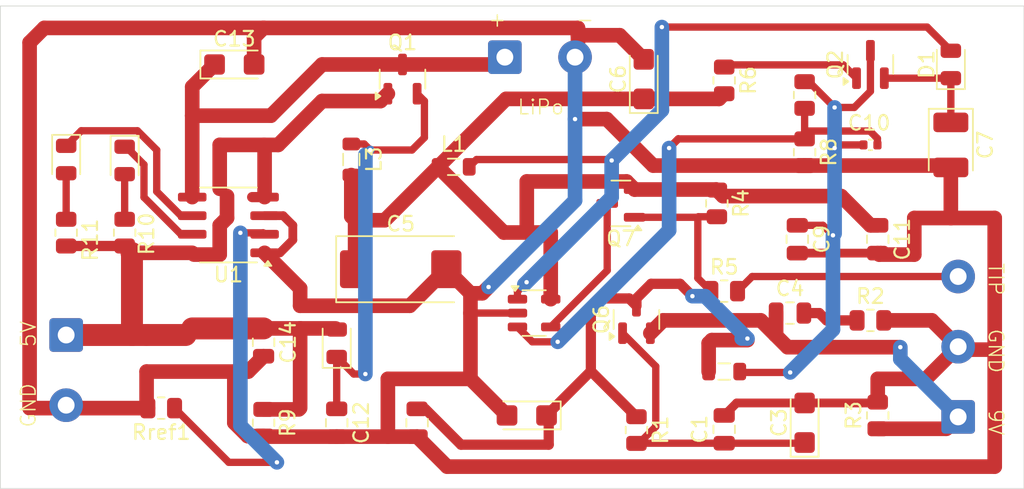
<source format=kicad_pcb>
(kicad_pcb (version 20241229) (generator "pcbnew") (generator_version "9.0")
  (layers (0 "F.Cu" signal) (2 "B.Cu" signal) (13 "F.Paste" user) (15 "B.Paste" user) (5 "F.SilkS" user "F.Silkscreen") (7 "B.SilkS" user "B.Silkscreen") (1 "F.Mask" user) (3 "B.Mask" user) (25 "Edge.Cuts" user))
  (net 0 "")
  (net 1 "GND")
  (net 2 "Net-(Q6-B)")
  (net 3 "+10V")
  (net 4 "+9V")
  (net 5 "Net-(C4-Pad2)")
  (net 6 "VCC")
  (net 7 "Net-(D1-K)")
  (net 8 "Net-(Q2-C)")
  (net 9 "Net-(U2-FB)")
  (net 10 "Net-(D2-K)")
  (net 11 "+BATT")
  (net 12 "VBUS")
  (net 13 "Net-(D1-A)")
  (net 14 "Net-(D3-A)")
  (net 15 "Net-(D3-K)")
  (net 16 "Net-(D4-K)")
  (net 17 "Net-(D4-A)")
  (net 18 "/OUT_EN")
  (net 19 "Net-(Q2-B)")
  (net 20 "Net-(Q7-B)")
  (net 21 "Net-(Q7-C)")
  (net 22 "Net-(U1-PROG)")
  (footprint "Capacitor_Tantalum_SMD:CP_EIA-3216-10_Kemet-I" (layer "F.Cu") (at 16 4)
    (property "Reference" "C13" (at 0 -1.75 0) (layer "F.SilkS"))
    (property "Value" "10uF")
    (pad "1" smd roundrect (at -1.3525 0) (size 1.415 1.39) (layers "F.Cu" "F.Mask" "F.Paste") (roundrect_rratio 0.179856) (net 11 "+BATT"))
    (pad "2" smd roundrect (at 1.3525 0) (size 1.415 1.39) (layers "F.Cu" "F.Mask" "F.Paste") (roundrect_rratio 0.179856) (net 1 "GND"))
  )
  (footprint "Capacitor_SMD:C_0402_1005Metric" (layer "F.Cu") (at 59.5 9.5)
    (property "Reference" "C10" (at -0.0875 -1.5 0) (layer "F.SilkS"))
    (property "Value" "10pF")
    (pad "1" smd roundrect (at -0.48 0) (size 0.56 0.62) (layers "F.Cu" "F.Mask" "F.Paste") (net 8 "Net-(Q2-C)"))
    (pad "2" smd roundrect (at 0.48 0) (size 0.56 0.62) (layers "F.Cu" "F.Mask" "F.Paste") (net 9 "Net-(U2-FB)"))
  )
  (footprint "Capacitor_Tantalum_SMD:CP_EIA-3528-12_Kemet-T" (layer "F.Cu") (at 65 9.5 -90)
    (property "Reference" "C7" (at 0 -2.35 90) (layer "F.SilkS"))
    (property "Value" "47uF")
    (pad "1" smd roundrect (at -1.54 0 270) (size 1.34 2.39) (layers "F.Cu" "F.Mask" "F.Paste") (roundrect_rratio 0.186567) (net 7 "Net-(D1-K)"))
    (pad "2" smd roundrect (at 1.54 0 270) (size 1.34 2.39) (layers "F.Cu" "F.Mask" "F.Paste") (roundrect_rratio 0.186567) (net 1 "GND"))
  )
  (footprint "Resistor_SMD:R_0805_2012Metric" (layer "F.Cu") (at 4.5 15.5 -90)
    (property "Reference" "R11" (at 0.5 -1.65 90) (layer "F.SilkS"))
    (property "Value" "270R")
    (pad "1" smd roundrect (at -0.9125 0 270) (size 1.025 1.4) (layers "F.Cu" "F.Mask" "F.Paste") (roundrect_rratio 0.243902) (net 14 "Net-(D3-A)"))
    (pad "2" smd roundrect (at 0.9125 0 270) (size 1.025 1.4) (layers "F.Cu" "F.Mask" "F.Paste") (roundrect_rratio 0.243902) (net 12 "VBUS"))
  )
  (footprint "Capacitor_SMD:C_0805_2012Metric" (layer "F.Cu") (at 54.5 15.95 -90)
    (property "Reference" "C9" (at 0 -1.68 90) (layer "F.SilkS"))
    (property "Value" "100nF")
    (pad "1" smd roundrect (at -0.95 0 270) (size 1 1.45) (layers "F.Cu" "F.Mask" "F.Paste") (net 8 "Net-(Q2-C)"))
    (pad "2" smd roundrect (at 0.95 0 270) (size 1 1.45) (layers "F.Cu" "F.Mask" "F.Paste") (net 1 "GND"))
  )
  (footprint "Capacitor_SMD:C_0805_2012Metric" (layer "F.Cu") (at 60 15.95 -90)
    (property "Reference" "C11" (at 0 -1.68 90) (layer "F.SilkS"))
    (property "Value" "100nF")
    (pad "1" smd roundrect (at -0.95 0 270) (size 1 1.45) (layers "F.Cu" "F.Mask" "F.Paste") (net 6 "VCC"))
    (pad "2" smd roundrect (at 0.95 0 270) (size 1 1.45) (layers "F.Cu" "F.Mask" "F.Paste") (net 1 "GND"))
  )
  (footprint "Capacitor_SMD:C_0805_2012Metric" (layer "F.Cu") (at 18 23 -90)
    (property "Reference" "C14" (at 0 -1.68 90) (layer "F.SilkS"))
    (property "Value" "100nF")
    (pad "1" smd roundrect (at -0.95 0 270) (size 1 1.45) (layers "F.Cu" "F.Mask" "F.Paste") (net 12 "VBUS"))
    (pad "2" smd roundrect (at 0.95 0 270) (size 1 1.45) (layers "F.Cu" "F.Mask" "F.Paste") (net 1 "GND"))
  )
  (footprint "Resistor_SMD:R_0805_2012Metric" (layer "F.Cu") (at 43.5 29 -90)
    (property "Reference" "R1" (at 0 -1.65 90) (layer "F.SilkS"))
    (property "Value" "20k")
    (pad "1" smd roundrect (at -0.9125 0 270) (size 1.025 1.4) (layers "F.Cu" "F.Mask" "F.Paste") (roundrect_rratio 0.243902) (net 3 "+10V"))
    (pad "2" smd roundrect (at 0.9125 0 270) (size 1.025 1.4) (layers "F.Cu" "F.Mask" "F.Paste") (roundrect_rratio 0.243902) (net 2 "Net-(Q6-B)"))
  )
  (footprint "Package_TO_SOT_SMD:SOT-23" (layer "F.Cu") (at 43.5 21.4375 90)
    (property "Reference" "Q6" (at 0 -2.4 90) (layer "F.SilkS"))
    (property "Value" "BC847")
    (pad "1" smd roundrect (at -0.9375 -0.95 90) (size 1.475 0.6) (layers "F.Cu" "F.Mask" "F.Paste") (net 2 "Net-(Q6-B)"))
    (pad "2" smd roundrect (at -0.9375 0.95 90) (size 1.475 0.6) (layers "F.Cu" "F.Mask" "F.Paste") (net 4 "+9V"))
    (pad "3" smd roundrect (at 0.9375 0 90) (size 1.475 0.6) (layers "F.Cu" "F.Mask" "F.Paste") (net 3 "+10V"))
  )
  (footprint "Resistor_SMD:R_0805_2012Metric" (layer "F.Cu") (at 59.5 21.5)
    (property "Reference" "R2" (at 0 -1.65 0) (layer "F.SilkS"))
    (property "Value" "10R")
    (pad "1" smd roundrect (at -0.9125 0) (size 1.025 1.4) (layers "F.Cu" "F.Mask" "F.Paste") (roundrect_rratio 0.243902) (net 5 "Net-(C4-Pad2)"))
    (pad "2" smd roundrect (at 0.9125 0) (size 1.025 1.4) (layers "F.Cu" "F.Mask" "F.Paste") (roundrect_rratio 0.243902) (net 1 "GND"))
  )
  (footprint "Resistor_SMD:R_0805_2012Metric" (layer "F.Cu") (at 8.5 15.5 -90)
    (property "Reference" "R10" (at 0.0875 -1.5 90) (layer "F.SilkS"))
    (property "Value" "470R")
    (pad "1" smd roundrect (at -0.9125 0 270) (size 1.025 1.4) (layers "F.Cu" "F.Mask" "F.Paste") (roundrect_rratio 0.243902) (net 17 "Net-(D4-A)"))
    (pad "2" smd roundrect (at 0.9125 0 270) (size 1.025 1.4) (layers "F.Cu" "F.Mask" "F.Paste") (roundrect_rratio 0.243902) (net 12 "VBUS"))
  )
  (footprint "Inductor_SMD:L_0805_2012Metric" (layer "F.Cu") (at 31 11)
    (property "Reference" "L1" (at 0 -1.55 0) (layer "F.SilkS"))
    (property "Value" "10µH")
    (pad "1" smd roundrect (at -1.0625 0) (size 0.875 1.2) (layers "F.Cu" "F.Mask" "F.Paste") (net 6 "VCC"))
    (pad "2" smd roundrect (at 1.0625 0) (size 0.875 1.2) (layers "F.Cu" "F.Mask" "F.Paste") (net 13 "Net-(D1-A)"))
  )
  (footprint "Resistor_SMD:R_0805_2012Metric" (layer "F.Cu") (at 60 28 90)
    (property "Reference" "R3" (at 0 -1.65 90) (layer "F.SilkS"))
    (property "Value" "1M")
    (pad "1" smd roundrect (at -0.9125 0 90) (size 1.025 1.4) (layers "F.Cu" "F.Mask" "F.Paste") (roundrect_rratio 0.243902) (net 4 "+9V"))
    (pad "2" smd roundrect (at 0.9125 0 90) (size 1.025 1.4) (layers "F.Cu" "F.Mask" "F.Paste") (roundrect_rratio 0.243902) (net 1 "GND"))
  )
  (footprint "Capacitor_SMD:C_0805_2012Metric" (layer "F.Cu") (at 49.5 28.95 90)
    (property "Reference" "C1" (at 0 -1.68 90) (layer "F.SilkS"))
    (property "Value" "100nF")
    (pad "1" smd roundrect (at -0.95 0 90) (size 1 1.45) (layers "F.Cu" "F.Mask" "F.Paste") (net 2 "Net-(Q6-B)"))
    (pad "2" smd roundrect (at 0.95 0 90) (size 1 1.45) (layers "F.Cu" "F.Mask" "F.Paste") (net 1 "GND"))
  )
  (footprint "Connector_Wire:SolderWire-0.5sqmm_1x02_P4.8mm_D0.9mm_OD2.3mm" (layer "F.Cu") (at 34.5 3.5)
    (property "Reference" "J2" (hide yes))
    (property "Value" "LiPo")
    (pad "1" thru_hole roundrect (at 0 0) (size 2.3 2.3) (drill 1.15) (layers "*.Cu" "*.Mask") (roundrect_rratio 0.108696) (net 11 "+BATT"))
    (pad "2" thru_hole circle (at 4.8 0) (size 2.3 2.3) (drill 1.15) (layers "*.Cu" "*.Mask") (net 1 "GND"))
  )
  (footprint "Resistor_SMD:R_0805_2012Metric" (layer "F.Cu") (at 18 28.5 -90)
    (property "Reference" "R9" (at 0 -1.65 90) (layer "F.SilkS"))
    (property "Value" "200k")
    (pad "1" smd roundrect (at -0.9125 0 270) (size 1.025 1.4) (layers "F.Cu" "F.Mask" "F.Paste") (roundrect_rratio 0.243902) (net 12 "VBUS"))
    (pad "2" smd roundrect (at 0.9125 0 270) (size 1.025 1.4) (layers "F.Cu" "F.Mask" "F.Paste") (roundrect_rratio 0.243902) (net 1 "GND"))
  )
  (footprint "Capacitor_SMD:C_0805_2012Metric" (layer "F.Cu") (at 28.5 28.5 -90)
    (property "Reference" "C8" (hide yes))
    (property "Value" "100nF")
    (pad "1" smd roundrect (at -0.95 0 270) (size 1 1.45) (layers "F.Cu" "F.Mask" "F.Paste") (net 3 "+10V"))
    (pad "2" smd roundrect (at 0.95 0 270) (size 1 1.45) (layers "F.Cu" "F.Mask" "F.Paste") (net 1 "GND"))
  )
  (footprint "LED_SMD:LED_0805_2012Metric" (layer "F.Cu") (at 8.5 10.5625 -90)
    (property "Reference" "D4" (hide yes))
    (property "Value" "RED")
    (pad "1" smd roundrect (at -0.9375 0 270) (size 0.975 1.4) (layers "F.Cu" "F.Mask" "F.Paste") (net 16 "Net-(D4-K)"))
    (pad "2" smd roundrect (at 0.9375 0 270) (size 0.975 1.4) (layers "F.Cu" "F.Mask" "F.Paste") (net 17 "Net-(D4-A)"))
  )
  (footprint "Capacitor_SMD:C_0805_2012Metric" (layer "F.Cu") (at 54 21)
    (property "Reference" "C4" (at 0 -1.68 0) (layer "F.SilkS"))
    (property "Value" "100nF")
    (pad "1" smd roundrect (at -0.95 0) (size 1 1.45) (layers "F.Cu" "F.Mask" "F.Paste") (net 4 "+9V"))
    (pad "2" smd roundrect (at 0.95 0) (size 1 1.45) (layers "F.Cu" "F.Mask" "F.Paste") (net 5 "Net-(C4-Pad2)"))
  )
  (footprint "Package_TO_SOT_SMD:SOT-23" (layer "F.Cu") (at 42.4375 13.5 180)
    (property "Reference" "Q7" (at 0 -2.4 180) (layer "F.SilkS"))
    (property "Value" "BC857")
    (pad "1" smd roundrect (at -0.9375 -0.95 180) (size 1.475 0.6) (layers "F.Cu" "F.Mask" "F.Paste") (net 20 "Net-(Q7-B)"))
    (pad "2" smd roundrect (at -0.9375 0.95 180) (size 1.475 0.6) (layers "F.Cu" "F.Mask" "F.Paste") (net 6 "VCC"))
    (pad "3" smd roundrect (at 0.9375 0 180) (size 1.475 0.6) (layers "F.Cu" "F.Mask" "F.Paste") (net 21 "Net-(Q7-C)"))
  )
  (footprint "Inductor_SMD:L_0805_2012Metric" (layer "F.Cu") (at 24 10.5 -90)
    (property "Reference" "L3" (at 0 -1.55 90) (layer "F.SilkS"))
    (property "Value" "10µH")
    (pad "1" smd roundrect (at -1.0625 0 270) (size 0.875 1.2) (layers "F.Cu" "F.Mask" "F.Paste") (net 10 "Net-(D2-K)"))
    (pad "2" smd roundrect (at 1.0625 0 270) (size 0.875 1.2) (layers "F.Cu" "F.Mask" "F.Paste") (net 6 "VCC"))
  )
  (footprint "Diode_SMD:D_0805_2012Metric" (layer "F.Cu") (at 23 23.0625 90)
    (property "Reference" "D2" (hide yes))
    (property "Value" "D")
    (pad "1" smd roundrect (at -0.9375 0 90) (size 0.975 1.4) (layers "F.Cu" "F.Mask" "F.Paste") (net 10 "Net-(D2-K)"))
    (pad "2" smd roundrect (at 0.9375 0 90) (size 0.975 1.4) (layers "F.Cu" "F.Mask" "F.Paste") (net 12 "VBUS"))
  )
  (footprint "Diode_SMD:D_0805_2012Metric" (layer "F.Cu") (at 65 4 90)
    (property "Reference" "D1" (at 0 -1.65 90) (layer "F.SilkS"))
    (property "Value" "D")
    (pad "1" smd roundrect (at -0.9375 0 90) (size 0.975 1.4) (layers "F.Cu" "F.Mask" "F.Paste") (net 7 "Net-(D1-K)"))
    (pad "2" smd roundrect (at 0.9375 0 90) (size 0.975 1.4) (layers "F.Cu" "F.Mask" "F.Paste") (net 13 "Net-(D1-A)"))
  )
  (footprint "Package_TO_SOT_SMD:SOT-23" (layer "F.Cu") (at 27.5 5 90)
    (property "Reference" "Q1" (at 2.5 0 180) (layer "F.SilkS"))
    (property "Value" "IRLML6402")
    (pad "1" smd roundrect (at 1 0 90) (size 1.475 0.6) (layers "F.Cu" "F.Mask" "F.Paste") (net 11 "+BATT"))
    (pad "2" smd roundrect (at -1 -1 90) (size 1.475 0.6) (layers "F.Cu" "F.Mask" "F.Paste") (net 12 "VBUS"))
    (pad "3" smd roundrect (at -1 1 90) (size 1.475 0.6) (layers "F.Cu" "F.Mask" "F.Paste") (net 10 "Net-(D2-K)"))
  )
  (footprint "Capacitor_Tantalum_SMD:CP_EIA-3216-10_Kemet-I" (layer "F.Cu") (at 44 5 90)
    (property "Reference" "C6" (at 0 -1.75 90) (layer "F.SilkS"))
    (property "Value" "10uF")
    (pad "1" smd roundrect (at -1.3525 0 90) (size 1.415 1.39) (layers "F.Cu" "F.Mask" "F.Paste") (roundrect_rratio 0.179856) (net 6 "VCC"))
    (pad "2" smd roundrect (at 1.3525 0 90) (size 1.415 1.39) (layers "F.Cu" "F.Mask" "F.Paste") (roundrect_rratio 0.179856) (net 1 "GND"))
  )
  (footprint "Capacitor_Tantalum_SMD:CP_EIA-3216-10_Kemet-I" (layer "F.Cu") (at 36 28 180)
    (property "Reference" "C2" (hide yes))
    (property "Value" "10uF")
    (pad "1" smd roundrect (at -1.3525 0 180) (size 1.415 1.39) (layers "F.Cu" "F.Mask" "F.Paste") (roundrect_rratio 0.179856) (net 3 "+10V"))
    (pad "2" smd roundrect (at 1.3525 0 180) (size 1.415 1.39) (layers "F.Cu" "F.Mask" "F.Paste") (roundrect_rratio 0.179856) (net 1 "GND"))
  )
  (footprint "Resistor_SMD:R_0805_2012Metric" (layer "F.Cu") (at 49.5 19.5)
    (property "Reference" "R5" (at 0 -1.65 0) (layer "F.SilkS"))
    (property "Value" "47k")
    (pad "1" smd roundrect (at -0.9125 0) (size 1.025 1.4) (layers "F.Cu" "F.Mask" "F.Paste") (roundrect_rratio 0.243902) (net 20 "Net-(Q7-B)"))
    (pad "2" smd roundrect (at 0.9125 0) (size 1.025 1.4) (layers "F.Cu" "F.Mask" "F.Paste") (roundrect_rratio 0.243902) (net 18 "/OUT_EN"))
  )
  (footprint "Resistor_SMD:R_0805_2012Metric" (layer "F.Cu") (at 49.5 5.0875 -90)
    (property "Reference" "R6" (at 0 -1.65 90) (layer "F.SilkS"))
    (property "Value" "47k")
    (pad "1" smd roundrect (at -0.9125 0 270) (size 1.025 1.4) (layers "F.Cu" "F.Mask" "F.Paste") (roundrect_rratio 0.243902) (net 19 "Net-(Q2-B)"))
    (pad "2" smd roundrect (at 0.9125 0 270) (size 1.025 1.4) (layers "F.Cu" "F.Mask" "F.Paste") (roundrect_rratio 0.243902) (net 6 "VCC"))
  )
  (footprint "Package_TO_SOT_SMD:SOT-23-5" (layer "F.Cu") (at 36.5 21)
    (property "Reference" "U2" (hide yes))
    (property "Value" "TPS61041")
    (pad "1" smd roundrect (at -1.1375 -0.95) (size 1.325 0.6) (layers "F.Cu" "F.Mask" "F.Paste") (net 13 "Net-(D1-A)"))
    (pad "2" smd roundrect (at -1.1375 0) (size 1.325 0.6) (layers "F.Cu" "F.Mask" "F.Paste") (net 1 "GND"))
    (pad "3" smd roundrect (at -1.1375 0.95) (size 1.325 0.6) (layers "F.Cu" "F.Mask" "F.Paste") (net 9 "Net-(U2-FB)"))
    (pad "4" smd roundrect (at 1.1375 0.95) (size 1.325 0.6) (layers "F.Cu" "F.Mask" "F.Paste") (net 21 "Net-(Q7-C)"))
    (pad "5" smd roundrect (at 1.1375 -0.95) (size 1.325 0.6) (layers "F.Cu" "F.Mask" "F.Paste") (net 6 "VCC"))
  )
  (footprint "Capacitor_Tantalum_SMD:CP_EIA-7343-15_Kemet-W" (layer "F.Cu") (at 27.38 18)
    (property "Reference" "C5" (at 0 -3.1 0) (layer "F.SilkS"))
    (property "Value" "100uF")
    (pad "1" smd roundrect (at -3.12 0) (size 2.07 2.59) (layers "F.Cu" "F.Mask" "F.Paste") (roundrect_rratio 0.120773) (net 6 "VCC"))
    (pad "2" smd roundrect (at 3.12 0) (size 2.07 2.59) (layers "F.Cu" "F.Mask" "F.Paste") (roundrect_rratio 0.120773) (net 1 "GND"))
  )
  (footprint "Connector_Wire:SolderWire-0.5sqmm_1x03_P4.8mm_D0.9mm_OD2.3mm" (layer "F.Cu") (at 65.5 28.1 90)
    (property "Reference" "J1" (hide yes))
    (property "Value" "Out")
    (pad "1" thru_hole roundrect (at 0 0 90) (size 2.3 2.3) (drill 1.15) (layers "*.Cu" "*.Mask") (roundrect_rratio 0.108696) (net 4 "+9V"))
    (pad "2" thru_hole circle (at 4.8 0 90) (size 2.3 2.3) (drill 1.15) (layers "*.Cu" "*.Mask") (net 1 "GND"))
    (pad "3" thru_hole circle (at 9.6 0 90) (size 2.3 2.3) (drill 1.15) (layers "*.Cu" "*.Mask") (net 18 "/OUT_EN"))
  )
  (footprint "Inductor_SMD:L_0805_2012Metric" (layer "F.Cu") (at 49.5 25 180)
    (property "Reference" "L2" (hide yes))
    (property "Value" "10µH")
    (pad "1" smd roundrect (at -1.0625 0 180) (size 0.875 1.2) (layers "F.Cu" "F.Mask" "F.Paste") (net 8 "Net-(Q2-C)"))
    (pad "2" smd roundrect (at 1.0625 0 180) (size 0.875 1.2) (layers "F.Cu" "F.Mask" "F.Paste") (net 3 "+10V"))
  )
  (footprint "Capacitor_Tantalum_SMD:CP_EIA-3216-10_Kemet-I" (layer "F.Cu") (at 55 28.5 90)
    (property "Reference" "C3" (at 0 -1.75 90) (layer "F.SilkS"))
    (property "Value" "10uF")
    (pad "1" smd roundrect (at -1.3525 0 90) (size 1.415 1.39) (layers "F.Cu" "F.Mask" "F.Paste") (roundrect_rratio 0.179856) (net 2 "Net-(Q6-B)"))
    (pad "2" smd roundrect (at 1.3525 0 90) (size 1.415 1.39) (layers "F.Cu" "F.Mask" "F.Paste") (roundrect_rratio 0.179856) (net 1 "GND"))
  )
  (footprint "Resistor_SMD:R_0805_2012Metric" (layer "F.Cu") (at 55 6.0875 -90)
    (property "Reference" "R7" (hide yes))
    (property "Value" "1M43")
    (pad "1" smd roundrect (at -0.9125 0 270) (size 1.025 1.4) (layers "F.Cu" "F.Mask" "F.Paste") (roundrect_rratio 0.243902) (net 8 "Net-(Q2-C)"))
    (pad "2" smd roundrect (at 0.9125 0 270) (size 1.025 1.4) (layers "F.Cu" "F.Mask" "F.Paste") (roundrect_rratio 0.243902) (net 9 "Net-(U2-FB)"))
  )
  (footprint "Package_SO:SOIC-8_3.9x4.9mm_P1.27mm" (layer "F.Cu") (at 15.595 14.975 180)
    (property "Reference" "U1" (at 0 -3.4 0) (layer "F.SilkS"))
    (property "Value" "TP4056")
    (pad "1" smd roundrect (at -2.475 -1.905 180) (size 1.95 0.6) (layers "F.Cu" "F.Mask" "F.Paste") (net 1 "GND"))
    (pad "2" smd roundrect (at -2.475 -0.635 180) (size 1.95 0.6) (layers "F.Cu" "F.Mask" "F.Paste") (net 22 "Net-(U1-PROG)"))
    (pad "3" smd roundrect (at -2.475 0.635 180) (size 1.95 0.6) (layers "F.Cu" "F.Mask" "F.Paste") (net 1 "GND"))
    (pad "4" smd roundrect (at -2.475 1.905 180) (size 1.95 0.6) (layers "F.Cu" "F.Mask" "F.Paste") (net 12 "VBUS"))
    (pad "5" smd roundrect (at 2.475 1.905 180) (size 1.95 0.6) (layers "F.Cu" "F.Mask" "F.Paste") (net 11 "+BATT"))
    (pad "6" smd roundrect (at 2.475 0.635 180) (size 1.95 0.6) (layers "F.Cu" "F.Mask" "F.Paste") (net 15 "Net-(D3-K)"))
    (pad "7" smd roundrect (at 2.475 -0.635 180) (size 1.95 0.6) (layers "F.Cu" "F.Mask" "F.Paste") (net 16 "Net-(D4-K)"))
    (pad "8" smd roundrect (at 2.475 -1.905 180) (size 1.95 0.6) (layers "F.Cu" "F.Mask" "F.Paste") (net 12 "VBUS"))
  )
  (footprint "Package_TO_SOT_SMD:SOT-23" (layer "F.Cu") (at 59.5 4 90)
    (property "Reference" "Q2" (at 0 -2.4 90) (layer "F.SilkS"))
    (property "Value" "BC857")
    (pad "1" smd roundrect (at -0.9375 -0.95 90) (size 1.475 0.6) (layers "F.Cu" "F.Mask" "F.Paste") (net 19 "Net-(Q2-B)"))
    (pad "2" smd roundrect (at -0.9375 0.95 90) (size 1.475 0.6) (layers "F.Cu" "F.Mask" "F.Paste") (net 7 "Net-(D1-K)"))
    (pad "3" smd roundrect (at 0.9375 0 90) (size 1.475 0.6) (layers "F.Cu" "F.Mask" "F.Paste") (net 8 "Net-(Q2-C)"))
  )
  (footprint "Resistor_SMD:R_0805_2012Metric" (layer "F.Cu") (at 55 10 -90)
    (property "Reference" "R8" (at 0 -1.65 90) (layer "F.SilkS"))
    (property "Value" "200k")
    (pad "1" smd roundrect (at -0.9125 0 270) (size 1.025 1.4) (layers "F.Cu" "F.Mask" "F.Paste") (roundrect_rratio 0.243902) (net 9 "Net-(U2-FB)"))
    (pad "2" smd roundrect (at 0.9125 0 270) (size 1.025 1.4) (layers "F.Cu" "F.Mask" "F.Paste") (roundrect_rratio 0.243902) (net 1 "GND"))
  )
  (footprint "Connector_Wire:SolderWire-0.5sqmm_1x02_P4.8mm_D0.9mm_OD2.3mm" (layer "F.Cu") (at 4.5 22.5 -90)
    (property "Reference" "J3" (hide yes))
    (property "Value" "DC IN")
    (pad "1" thru_hole roundrect (at 0 0 270) (size 2.3 2.3) (drill 1.15) (layers "*.Cu" "*.Mask") (roundrect_rratio 0.108696) (net 12 "VBUS"))
    (pad "2" thru_hole circle (at 4.8 0 270) (size 2.3 2.3) (drill 1.15) (layers "*.Cu" "*.Mask") (net 1 "GND"))
  )
  (footprint "Resistor_SMD:R_0805_2012Metric" (layer "F.Cu") (at 49 13.5 -90)
    (property "Reference" "R4" (at 0 -1.65 90) (layer "F.SilkS"))
    (property "Value" "47k")
    (pad "1" smd roundrect (at -0.9125 0 270) (size 1.025 1.4) (layers "F.Cu" "F.Mask" "F.Paste") (roundrect_rratio 0.243902) (net 6 "VCC"))
    (pad "2" smd roundrect (at 0.9125 0 270) (size 1.025 1.4) (layers "F.Cu" "F.Mask" "F.Paste") (roundrect_rratio 0.243902) (net 20 "Net-(Q7-B)"))
  )
  (footprint "Capacitor_SMD:C_0805_2012Metric" (layer "F.Cu") (at 23 28.5 -90)
    (property "Reference" "C12" (at 0 -1.68 90) (layer "F.SilkS"))
    (property "Value" "100nF")
    (pad "1" smd roundrect (at -0.95 0 270) (size 1 1.45) (layers "F.Cu" "F.Mask" "F.Paste") (net 10 "Net-(D2-K)"))
    (pad "2" smd roundrect (at 0.95 0 270) (size 1 1.45) (layers "F.Cu" "F.Mask" "F.Paste") (net 1 "GND"))
  )
  (footprint "Resistor_SMD:R_0805_2012Metric" (layer "F.Cu") (at 11 27.5 180)
    (property "Reference" "Rref1" (at 0 -1.65 0) (layer "F.SilkS"))
    (property "Value" "1.58K")
    (pad "1" smd roundrect (at -0.9125 0 180) (size 1.025 1.4) (layers "F.Cu" "F.Mask" "F.Paste") (roundrect_rratio 0.243902) (net 22 "Net-(U1-PROG)"))
    (pad "2" smd roundrect (at 0.9125 0 180) (size 1.025 1.4) (layers "F.Cu" "F.Mask" "F.Paste") (roundrect_rratio 0.243902) (net 1 "GND"))
  )
  (footprint "LED_SMD:LED_0805_2012Metric" (layer "F.Cu") (at 4.5 10.5 -90)
    (property "Reference" "D3" (hide yes))
    (property "Value" "GREEN")
    (pad "1" smd roundrect (at -0.9375 0 270) (size 0.975 1.4) (layers "F.Cu" "F.Mask" "F.Paste") (net 15 "Net-(D3-K)"))
    (pad "2" smd roundrect (at 0.9375 0 270) (size 0.975 1.4) (layers "F.Cu" "F.Mask" "F.Paste") (net 14 "Net-(D3-A)"))
  )
  (gr_rect (start 0 0) (end 70 33) (stroke (width 0.05)) (fill no) (layer "Edge.Cuts"))
  (gr_text "9V" (at 67.5 27.5 270) (layer "F.SilkS") (effects (font (size 1 1) (thickness 0.1)) (justify left bottom)))
  (gr_text "5V\n" (at 2.5 23.4 90) (layer "F.SilkS") (effects (font (size 1 1) (thickness 0.1)) (justify left bottom)))
  (gr_text "-" (at 39.3 1.5 0) (layer "F.SilkS") (effects (font (size 1 1) (thickness 0.1)) (justify left bottom)))
  (gr_text "\n+" (at 33.3 1.5 0) (layer "F.SilkS") (effects (font (size 1 1) (thickness 0.1)) (justify left bottom)))
  (gr_text "TIP" (at 67.5 17.5 270) (layer "F.SilkS") (effects (font (size 1 1) (thickness 0.1)) (justify left bottom)))
  (gr_text "GND" (at 67.5 22 270) (layer "F.SilkS") (effects (font (size 1 1) (thickness 0.1)) (justify left bottom)))
  (gr_text "LiPo" (at 35.3 7.5 0) (layer "F.SilkS") (effects (font (size 1 1) (thickness 0.1)) (justify left bottom)))
  (gr_text "GND" (at 2.5 28.9 90) (layer "F.SilkS") (effects (font (size 1 1) (thickness 0.1)) (justify left bottom)))
  (segment (start 44.6412 10.9125) (end 41.4637 7.735) (width 1) (layer "F.Cu") (net 1))
  (segment (start 41.4637 7.735) (end 39.3875 7.735) (width 1) (layer "F.Cu") (net 1))
  (segment (start 16 25) (end 16.95 25) (width 1) (layer "F.Cu") (net 1))
  (segment (start 32.1475 21) (end 32.1475 19.6475) (width 1) (layer "F.Cu") (net 1))
  (segment (start 49.5 28) (end 50.3525 27.1475) (width 0.6) (layer "F.Cu") (net 1))
  (segment (start 16 25) (end 10 25) (width 1) (layer "F.Cu") (net 1))
  (segment (start 28.5 29.45) (end 26.5 29.45) (width 1) (layer "F.Cu") (net 1))
  (segment (start 16 28.5) (end 16 25) (width 1) (layer "F.Cu") (net 1))
  (segment (start 64.8725 10.9125) (end 55 10.9125) (width 1) (layer "F.Cu") (net 1))
  (segment (start 26.5 25.5) (end 32.1475 25.5) (width 1) (layer "F.Cu") (net 1))
  (segment (start 63.7 21.5) (end 60.4125 21.5) (width 1) (layer "F.Cu") (net 1))
  (segment (start 18.07 16.88) (end 19.12 16.88) (width 0.6) (layer "F.Cu") (net 1))
  (segment (start 68 14.5) (end 68 23.5) (width 1) (layer "F.Cu") (net 1))
  (segment (start 65.7 23.5) (end 65.5 23.3) (width 1) (layer "F.Cu") (net 1))
  (segment (start 18 1.5) (end 17.3525 2.1475) (width 1) (layer "F.Cu") (net 1))
  (segment (start 2 27.5) (end 4.3 27.5) (width 1) (layer "F.Cu") (net 1))
  (segment (start 16.95 25) (end 18 23.95) (width 1) (layer "F.Cu") (net 1))
  (segment (start 65 14.5) (end 68 14.5) (width 1) (layer "F.Cu") (net 1))
  (segment (start 4.3 27.5) (end 4.5 27.3) (width 1) (layer "F.Cu") (net 1))
  (segment (start 62.5 14.5) (end 62.5 17) (width 1) (layer "F.Cu") (net 1))
  (segment (start 20.5 19.31) (end 18.07 16.88) (width 1) (layer "F.Cu") (net 1))
  (segment (start 32.1475 19.6475) (end 32.9574 19.6475) (width 1) (layer "F.Cu") (net 1))
  (segment (start 32.1475 25.5) (end 34.6475 28) (width 1) (layer "F.Cu") (net 1))
  (segment (start 43.8525 3.5) (end 44 3.6475) (width 0.6) (layer "F.Cu") (net 1))
  (segment (start 18 1.5) (end 39.5 1.5) (width 1) (layer "F.Cu") (net 1))
  (segment (start 20 15) (end 19.34 14.34) (width 0.6) (layer "F.Cu") (net 1))
  (segment (start 65 11.04) (end 65 14.5) (width 1) (layer "F.Cu") (net 1))
  (segment (start 65.5 23.3) (end 63.7 21.5) (width 1) (layer "F.Cu") (net 1))
  (segment (start 62.5 17) (end 60.1 17) (width 1) (layer "F.Cu") (net 1))
  (segment (start 26.5 29.45) (end 23 29.45) (width 1) (layer "F.Cu") (net 1))
  (segment (start 17.3525 2.1475) (end 17.3525 4) (width 1) (layer "F.Cu") (net 1))
  (segment (start 18 1.5) (end 3 1.5) (width 1) (layer "F.Cu") (net 1))
  (segment (start 3 1.5) (end 2 2.5) (width 1) (layer "F.Cu") (net 1))
  (segment (start 4.5 27.3) (end 4.7 27.5) (width 0.6) (layer "F.Cu") (net 1))
  (segment (start 18 29.4125) (end 16.9125 29.4125) (width 1) (layer "F.Cu") (net 1))
  (segment (start 50.3525 27.1475) (end 55 27.1475) (width 0.6) (layer "F.Cu") (net 1))
  (segment (start 59.94 27.1475) (end 55 27.1475) (width 0.6) (layer "F.Cu") (net 1))
  (segment (start 60 27.0875) (end 59.94 27.1475) (width 0.6) (layer "F.Cu") (net 1))
  (segment (start 35.3625 21) (end 32.1475 21) (width 0.5) (layer "F.Cu") (net 1))
  (segment (start 2 2.5) (end 2 27.5) (width 1) (layer "F.Cu") (net 1))
  (segment (start 68 23.5) (end 68 31.5) (width 1) (layer "F.Cu") (net 1))
  (segment (start 60 25.5) (end 63.3 25.5) (width 1) (layer "F.Cu") (net 1))
  (segment (start 42.3525 2) (end 44 3.6475) (width 1) (layer "F.Cu") (net 1))
  (segment (start 39.3875 7.735) (end 39.3 7.735) (width 0.6) (layer "F.Cu") (net 1))
  (segment (start 30.55 31.5) (end 28.5 29.45) (width 1) (layer "F.Cu") (net 1))
  (segment (start 32.9574 19.6475) (end 33.3872 19.2177) (width 1) (layer "F.Cu") (net 1))
  (segment (start 19.12 16.88) (end 20 16) (width 0.6) (layer "F.Cu") (net 1))
  (segment (start 39.5 2) (end 42.3525 2) (width 1) (layer "F.Cu") (net 1))
  (segment (start 16.9125 29.4125) (end 16 28.5) (width 1) (layer "F.Cu") (net 1))
  (segment (start 19.34 14.34) (end 18.07 14.34) (width 0.6) (layer "F.Cu") (net 1))
  (segment (start 60 16.9) (end 60.2017 16.6983) (width 0.6) (layer "F.Cu") (net 1))
  (segment (start 39.5 3.3) (end 39.3 3.5) (width 0.5) (layer "F.Cu") (net 1))
  (segment (start 60.1 17) (end 60 16.9) (width 1) (layer "F.Cu") (net 1))
  (segment (start 55 10.9125) (end 44.6412 10.9125) (width 1) (layer "F.Cu") (net 1))
  (segment (start 32.1475 19.6475) (end 30.5 18) (width 1) (layer "F.Cu") (net 1))
  (segment (start 68 31.5) (end 30.55 31.5) (width 1) (layer "F.Cu") (net 1))
  (segment (start 4.7 27.5) (end 10.0875 27.5) (width 1) (layer "F.Cu") (net 1))
  (segment (start 18.0375 29.45) (end 18 29.4125) (width 1) (layer "F.Cu") (net 1))
  (segment (start 20 16) (end 20 15) (width 0.6) (layer "F.Cu") (net 1))
  (segment (start 26.5 29.45) (end 26.5 25.5) (width 1) (layer "F.Cu") (net 1))
  (segment (start 20.5 20.5) (end 20.5 19.31) (width 1) (layer "F.Cu") (net 1))
  (segment (start 65 11.04) (end 64.8725 10.9125) (width 0.6) (layer "F.Cu") (net 1))
  (segment (start 60 27.0875) (end 60 25.5) (width 1) (layer "F.Cu") (net 1))
  (segment (start 23 29.45) (end 18.0375 29.45) (width 1) (layer "F.Cu") (net 1))
  (segment (start 54.5 16.9) (end 60 16.9) (width 0.6) (layer "F.Cu") (net 1))
  (segment (start 10 25) (end 10 27.4125) (width 1) (layer "F.Cu") (net 1))
  (segment (start 32.1475 25.5) (end 32.1475 21) (width 1) (layer "F.Cu") (net 1))
  (segment (start 65 14.5) (end 62.5 14.5) (width 1) (layer "F.Cu") (net 1))
  (segment (start 68 23.5) (end 65.7 23.5) (width 1) (layer "F.Cu") (net 1))
  (segment (start 28 20.5) (end 20.5 20.5) (width 1) (layer "F.Cu") (net 1))
  (segment (start 10 27.4125) (end 10.0875 27.5) (width 1) (layer "F.Cu") (net 1))
  (segment (start 30.5 18) (end 28 20.5) (width 1) (layer "F.Cu") (net 1))
  (segment (start 10.0875 27.3) (end 10.0875 27.5) (width 0.6) (layer "F.Cu") (net 1))
  (segment (start 39.5 2) (end 39.5 3.3) (width 1) (layer "F.Cu") (net 1))
  (segment (start 39.5 1.5) (end 39.5 2) (width 1) (layer "F.Cu") (net 1))
  (segment (start 63.3 25.5) (end 65.5 23.3) (width 1) (layer "F.Cu") (net 1))
  (via (at 33.3872 19.2177) (size 0.6) (drill 0.3) (layers "F.Cu" "B.Cu") (net 1))
  (via (at 39.3 7.735) (size 0.6) (drill 0.3) (layers "F.Cu" "B.Cu") (net 1))
  (segment (start 39.3 7.735) (end 39.3 13.3049) (width 1) (layer "B.Cu") (net 1))
  (segment (start 39.3875 7.735) (end 39.3 7.735) (width 0.6) (layer "B.Cu") (net 1))
  (segment (start 39.3 3.5) (end 39.3 7.735) (width 1) (layer "B.Cu") (net 1))
  (segment (start 39.3875 7.735) (end 39.3 7.735) (width 0.6) (layer "B.Cu") (net 1))
  (segment (start 39.3 13.3049) (end 33.3872 19.2177) (width 1) (layer "B.Cu") (net 1))
  (segment (start 43.6855 29.9) (end 43.5125 29.9) (width 0.5) (layer "F.Cu") (net 2))
  (segment (start 54.9525 29.9) (end 55 29.8525) (width 0.5) (layer "F.Cu") (net 2))
  (segment (start 43.5 29.9125) (end 43.5125 29.9) (width 0.5) (layer "F.Cu") (net 2))
  (segment (start 49.5 29.9) (end 54.9525 29.9) (width 0.5) (layer "F.Cu") (net 2))
  (segment (start 44.8201 24.6451) (end 44.8201 28.7654) (width 0.5) (layer "F.Cu") (net 2))
  (segment (start 43.5125 29.9) (end 49.5 29.9) (width 0.5) (layer "F.Cu") (net 2))
  (segment (start 42.55 22.375) (end 44.8201 24.6451) (width 0.5) (layer "F.Cu") (net 2))
  (segment (start 44.8201 28.7654) (end 43.6855 29.9) (width 0.5) (layer "F.Cu") (net 2))
  (segment (start 41 20) (end 43 20) (width 0.7) (layer "F.Cu") (net 3))
  (segment (start 40.3825 24.97) (end 43.5 28.0875) (width 0.7) (layer "F.Cu") (net 3))
  (segment (start 37.5 28.1475) (end 37.3525 28) (width 0.7) (layer "F.Cu") (net 3))
  (segment (start 43 20) (end 43.5 20.5) (width 0.7) (layer "F.Cu") (net 3))
  (segment (start 48.65 22.85) (end 51.0875 22.85) (width 1) (layer "F.Cu") (net 3))
  (segment (start 46.4829 19) (end 47.3268 19.8439) (width 0.7) (layer "F.Cu") (net 3))
  (segment (start 43.5 20.5) (end 43.5 20) (width 0.7) (layer "F.Cu") (net 3))
  (segment (start 43.5 20) (end 44.5 19) (width 0.7) (layer "F.Cu") (net 3))
  (segment (start 48.4375 23.0625) (end 48.65 22.85) (width 1) (layer "F.Cu") (net 3))
  (segment (start 44.5 19) (end 46.4829 19) (width 0.7) (layer "F.Cu") (net 3))
  (segment (start 31.5 30) (end 37.5 30) (width 0.7) (layer "F.Cu") (net 3))
  (segment (start 40.3825 24.97) (end 40.3825 20.6175) (width 0.7) (layer "F.Cu") (net 3))
  (segment (start 37.5 30) (end 37.5 28.1475) (width 0.7) (layer "F.Cu") (net 3))
  (segment (start 48.4375 25) (end 48.4375 23.0625) (width 1) (layer "F.Cu") (net 3))
  (segment (start 29.05 27.55) (end 31.5 30) (width 0.7) (layer "F.Cu") (net 3))
  (segment (start 40.3825 20.6175) (end 41 20) (width 0.7) (layer "F.Cu") (net 3))
  (segment (start 28.5 27.55) (end 29.05 27.55) (width 0.5) (layer "F.Cu") (net 3))
  (segment (start 40.3825 24.97) (end 37.3525 28) (width 0.7) (layer "F.Cu") (net 3))
  (via (at 51.0875 22.7408) (size 0.6) (drill 0.3) (layers "F.Cu" "B.Cu") (net 3))
  (via (at 47.3268 19.8439) (size 0.6) (drill 0.3) (layers "F.Cu" "B.Cu") (net 3))
  (segment (start 47.3268 19.8439) (end 48.1906 19.8439) (width 1) (layer "B.Cu") (net 3))
  (segment (start 51.0875 22.7408) (end 50.6967 22.7408) (width 0.6) (layer "B.Cu") (net 3))
  (segment (start 50.6967 22.7408) (end 51.0875 22.7408) (width 1) (layer "B.Cu") (net 3))
  (segment (start 48.1906 19.8439) (end 51.0875 22.7408) (width 1) (layer "B.Cu") (net 3))
  (segment (start 64.6875 28.9125) (end 65.5 28.1) (width 1) (layer "F.Cu") (net 4))
  (segment (start 53.05 22.45) (end 53.05 21) (width 1) (layer "F.Cu") (net 4))
  (segment (start 60 28.9125) (end 64.6875 28.9125) (width 1) (layer "F.Cu") (net 4))
  (segment (start 61.497 23.3326) (end 53.8326 23.3326) (width 1) (layer "F.Cu") (net 4))
  (segment (start 53 22.5) (end 53.05 22.45) (width 1) (layer "F.Cu") (net 4))
  (segment (start 53.8326 23.3326) (end 53 22.5) (width 1) (layer "F.Cu") (net 4))
  (segment (start 45.325 21.5) (end 52 21.5) (width 1) (layer "F.Cu") (net 4))
  (segment (start 52 21.5) (end 53 22.5) (width 1) (layer "F.Cu") (net 4))
  (segment (start 45.325 21.5) (end 44.45 22.375) (width 1) (layer "F.Cu") (net 4))
  (via (at 61.5453 23.3326) (size 0.6) (drill 0.3) (layers "F.Cu" "B.Cu") (net 4))
  (segment (start 61.5453 24.1453) (end 65.5 28.1) (width 1) (layer "B.Cu") (net 4))
  (segment (start 61.5453 23.3326) (end 61.5453 24.1453) (width 1) (layer "B.Cu") (net 4))
  (segment (start 56 21) (end 56.5 21.5) (width 0.7) (layer "F.Cu") (net 5))
  (segment (start 54.95 21) (end 56 21) (width 0.7) (layer "F.Cu") (net 5))
  (segment (start 56.5 21.5) (end 58.5875 21.5) (width 0.7) (layer "F.Cu") (net 5))
  (segment (start 34.4279 15.4904) (end 29.9375 11) (width 1) (layer "F.Cu") (net 6))
  (segment (start 59.5 15) (end 57.5 13) (width 1) (layer "F.Cu") (net 6))
  (segment (start 34.585 6.3525) (end 44 6.3525) (width 1) (layer "F.Cu") (net 6))
  (segment (start 48.9625 12.55) (end 43.375 12.55) (width 1) (layer "F.Cu") (net 6))
  (segment (start 49.4125 13) (end 49 12.5875) (width 1) (layer "F.Cu") (net 6))
  (segment (start 60 15) (end 59.5 15) (width 1) (layer "F.Cu") (net 6))
  (segment (start 42.825 12) (end 43.375 12.55) (width 1) (layer "F.Cu") (net 6))
  (segment (start 29.9375 11) (end 34.585 6.3525) (width 1) (layer "F.Cu") (net 6))
  (segment (start 24.26 14.6512) (end 26.2863 14.6512) (width 1) (layer "F.Cu") (net 6))
  (segment (start 37.6375 20.05) (end 37.6375 15.4904) (width 1) (layer "F.Cu") (net 6))
  (segment (start 49.1475 6.3525) (end 49.5 6) (width 1) (layer "F.Cu") (net 6))
  (segment (start 24.26 18) (end 24.26 14.6512) (width 1) (layer "F.Cu") (net 6))
  (segment (start 36 15.4904) (end 34.4279 15.4904) (width 1) (layer "F.Cu") (net 6))
  (segment (start 36 15.4904) (end 36 12) (width 1) (layer "F.Cu") (net 6))
  (segment (start 37.6375 15.4904) (end 36 15.4904) (width 1) (layer "F.Cu") (net 6))
  (segment (start 24 14.3912) (end 24.26 14.6512) (width 1) (layer "F.Cu") (net 6))
  (segment (start 36 12) (end 42.825 12) (width 1) (layer "F.Cu") (net 6))
  (segment (start 49 12.5875) (end 48.9625 12.55) (width 1) (layer "F.Cu") (net 6))
  (segment (start 57.5 13) (end 49.4125 13) (width 1) (layer "F.Cu") (net 6))
  (segment (start 24 11.5625) (end 24 14.3912) (width 1) (layer "F.Cu") (net 6))
  (segment (start 26.2863 14.6512) (end 29.9375 11) (width 1) (layer "F.Cu") (net 6))
  (segment (start 44 6.3525) (end 49.1475 6.3525) (width 1) (layer "F.Cu") (net 6))
  (segment (start 43.2901 12.4651) (end 43.375 12.55) (width 1) (layer "F.Cu") (net 6))
  (segment (start 65 4.9375) (end 60.45 4.9375) (width 0.5) (layer "F.Cu") (net 7))
  (segment (start 65 7.96) (end 65 4.9375) (width 0.5) (layer "F.Cu") (net 7))
  (segment (start 57.2655 9.5) (end 59.02 9.5) (width 0.5) (layer "F.Cu") (net 8))
  (segment (start 56.2559 15) (end 56.9375 15.6816) (width 0.5) (layer "F.Cu") (net 8))
  (segment (start 57.0505 9.715) (end 57.2655 9.5) (width 0.5) (layer "F.Cu") (net 8))
  (segment (start 54.5 15) (end 56.2559 15) (width 0.5) (layer "F.Cu") (net 8))
  (segment (start 50.6228 25.0603) (end 54.0125 25.0603) (width 0.5) (layer "F.Cu") (net 8))
  (segment (start 59.5 5.8356) (end 58.3969 6.9387) (width 0.5) (layer "F.Cu") (net 8))
  (segment (start 55.2868 5.175) (end 55 5.175) (width 0.5) (layer "F.Cu") (net 8))
  (segment (start 57.0505 6.9387) (end 55.2868 5.175) (width 0.5) (layer "F.Cu") (net 8))
  (segment (start 50.5625 25) (end 50.6228 25.0603) (width 0.5) (layer "F.Cu") (net 8))
  (segment (start 59.5 3.0625) (end 59.5 5.8356) (width 0.5) (layer "F.Cu") (net 8))
  (segment (start 58.3969 6.9387) (end 57.0505 6.9387) (width 0.5) (layer "F.Cu") (net 8))
  (via (at 56.9375 15.6816) (size 0.6) (drill 0.3) (layers "F.Cu" "B.Cu") (net 8))
  (via (at 57.0505 6.9387) (size 0.6) (drill 0.3) (layers "F.Cu" "B.Cu") (net 8))
  (via (at 54.0125 25.0603) (size 0.6) (drill 0.3) (layers "F.Cu" "B.Cu") (net 8))
  (via (at 57.0505 9.715) (size 0.6) (drill 0.3) (layers "F.Cu" "B.Cu") (net 8))
  (segment (start 54.0125 25.0603) (end 56.9375 22.1353) (width 1) (layer "B.Cu") (net 8))
  (segment (start 56.9375 15.6816) (end 57.0505 15.5686) (width 0.5) (layer "B.Cu") (net 8))
  (segment (start 56.9375 22.1353) (end 56.9375 15.6816) (width 1) (layer "B.Cu") (net 8))
  (segment (start 57.0505 9.715) (end 57.0505 6.9387) (width 1) (layer "B.Cu") (net 8))
  (segment (start 57.0505 15.5686) (end 57.0505 9.715) (width 1) (layer "B.Cu") (net 8))
  (segment (start 36.3786 22.9661) (end 38.1128 22.9661) (width 0.5) (layer "F.Cu") (net 9))
  (segment (start 45.7328 9.715) (end 46.3603 9.0875) (width 0.5) (layer "F.Cu") (net 9))
  (segment (start 55 9.0875) (end 55 8.551) (width 0.5) (layer "F.Cu") (net 9))
  (segment (start 59.98 9.0638) (end 59.98 9.5) (width 0.5) (layer "F.Cu") (net 9))
  (segment (start 55 8.551) (end 59.4672 8.551) (width 0.5) (layer "F.Cu") (net 9))
  (segment (start 45.7328 9.715) (end 46.3603 9.0875) (width 0.5) (layer "F.Cu") (net 9))
  (segment (start 55 8.551) (end 55 7) (width 0.5) (layer "F.Cu") (net 9))
  (segment (start 35.3625 21.95) (end 36.3786 22.9661) (width 0.5) (layer "F.Cu") (net 9))
  (segment (start 46.3603 9.0875) (end 45.7328 9.715) (width 0.5) (layer "F.Cu") (net 9))
  (segment (start 59.4672 8.551) (end 59.98 9.0638) (width 0.5) (layer "F.Cu") (net 9))
  (segment (start 46.3603 9.0875) (end 55 9.0875) (width 0.5) (layer "F.Cu") (net 9))
  (via (at 45.7328 9.715) (size 0.6) (drill 0.3) (layers "F.Cu" "B.Cu") (net 9))
  (via (at 38.1128 22.9661) (size 0.6) (drill 0.3) (layers "F.Cu" "B.Cu") (net 9))
  (segment (start 45.7328 15.3461) (end 45.7328 9.715) (width 1) (layer "B.Cu") (net 9))
  (segment (start 38.1128 22.9661) (end 45.7328 15.3461) (width 1) (layer "B.Cu") (net 9))
  (segment (start 24.8796 9.4375) (end 25.2913 9.8492) (width 0.5) (layer "F.Cu") (net 10))
  (segment (start 24 9.4375) (end 24.8796 9.4375) (width 0.5) (layer "F.Cu") (net 10))
  (segment (start 24.963 25.168) (end 24.168 25.168) (width 0.5) (layer "F.Cu") (net 10))
  (segment (start 25.2913 9.8492) (end 28.1508 9.8492) (width 0.5) (layer "F.Cu") (net 10))
  (segment (start 24.168 25.168) (end 23 24) (width 0.5) (layer "F.Cu") (net 10))
  (segment (start 28.1508 9.8492) (end 29 9) (width 0.5) (layer "F.Cu") (net 10))
  (segment (start 23 27.55) (end 23 24) (width 0.5) (layer "F.Cu") (net 10))
  (segment (start 29 9) (end 29 6.5) (width 0.5) (layer "F.Cu") (net 10))
  (segment (start 29 6.5) (end 28.5 6) (width 0.5) (layer "F.Cu") (net 10))
  (via (at 25.2913 9.8492) (size 0.6) (drill 0.3) (layers "F.Cu" "B.Cu") (net 10))
  (via (at 24.963 25.168) (size 0.6) (drill 0.3) (layers "F.Cu" "B.Cu") (net 10))
  (segment (start 24.963 10.1775) (end 25.2913 9.8492) (width 0.5) (layer "B.Cu") (net 10))
  (segment (start 24.963 25.168) (end 24.963 10.1775) (width 1) (layer "B.Cu") (net 10))
  (segment (start 22 4) (end 27.5 4) (width 1) (layer "F.Cu") (net 11))
  (segment (start 34 4) (end 34.5 3.5) (width 1) (layer "F.Cu") (net 11))
  (segment (start 13.12 5.5275) (end 14.6475 4) (width 1) (layer "F.Cu") (net 11))
  (segment (start 13.12 7.5) (end 13.12 5.5275) (width 1) (layer "F.Cu") (net 11))
  (segment (start 18.5 7.5) (end 22 4) (width 1) (layer "F.Cu") (net 11))
  (segment (start 34 3) (end 34.5 3.5) (width 1) (layer "F.Cu") (net 11))
  (segment (start 13.12 13.07) (end 13.12 7.5) (width 1) (layer "F.Cu") (net 11))
  (segment (start 27.5 4) (end 34 4) (width 1) (layer "F.Cu") (net 11))
  (segment (start 13.12 7.5) (end 18.5 7.5) (width 1) (layer "F.Cu") (net 11))
  (segment (start 12.67 22.5) (end 10 22.5) (width 1.5) (layer "F.Cu") (net 12))
  (segment (start 23 22.125) (end 22.925 22.05) (width 0.7) (layer "F.Cu") (net 12))
  (segment (start 15 15) (end 15 17) (width 1) (layer "F.Cu") (net 12))
  (segment (start 18.0275 9.5) (end 19 9.5) (width 1) (layer "F.Cu") (net 12))
  (segment (start 9 16.9125) (end 8.9675 16.88) (width 1.5) (layer "F.Cu") (net 12))
  (segment (start 5.4 22.5) (end 4.95 22.05) (width 1) (layer "F.Cu") (net 12))
  (segment (start 8.5 16.4125) (end 4.5 16.4125) (width 0.7) (layer "F.Cu") (net 12))
  (segment (start 18.07 9.5425) (end 18.07 13.07) (width 1) (layer "F.Cu") (net 12))
  (segment (start 18.07 13.07) (end 17.22 13.07) (width 0.7) (layer "F.Cu") (net 12))
  (segment (start 20.4125 27.5875) (end 20.5 27.5) (width 0.7) (layer "F.Cu") (net 12))
  (segment (start 20.5 22.05) (end 18 22.05) (width 1) (layer "F.Cu") (net 12))
  (segment (start 15 9.5) (end 15 12.5) (width 1) (layer "F.Cu") (net 12))
  (segment (start 18 22.05) (end 13.12 22.05) (width 1.5) (layer "F.Cu") (net 12))
  (segment (start 22.8883 22.125) (end 23 22.125) (width 0.7) (layer "F.Cu") (net 12))
  (segment (start 9 22.5) (end 9 16.9125) (width 1.5) (layer "F.Cu") (net 12))
  (segment (start 13.24 17) (end 13.12 16.88) (width 0.7) (layer "F.Cu") (net 12))
  (segment (start 20.5 27.5) (end 20.5 22.05) (width 1) (layer "F.Cu") (net 12))
  (segment (start 18.07 9.5425) (end 18.0275 9.5) (width 0.7) (layer "F.Cu") (net 12))
  (segment (start 26 6.5) (end 26.5 6) (width 1) (layer "F.Cu") (net 12))
  (segment (start 9 22.5) (end 5.4 22.5) (width 1.5) (layer "F.Cu") (net 12))
  (segment (start 15.5 13) (end 15.5 14.5) (width 1) (layer "F.Cu") (net 12))
  (segment (start 4.95 22.05) (end 4.5 22.5) (width 0.7) (layer "F.Cu") (net 12))
  (segment (start 15 12.5) (end 15.5 13) (width 0.7) (layer "F.Cu") (net 12))
  (segment (start 18 27.5875) (end 20.4125 27.5875) (width 1) (layer "F.Cu") (net 12))
  (segment (start 19 9.5) (end 22 6.5) (width 1) (layer "F.Cu") (net 12))
  (segment (start 18.0275 9.5) (end 15 9.5) (width 1) (layer "F.Cu") (net 12))
  (segment (start 13.12 22.05) (end 12.67 22.5) (width 1) (layer "F.Cu") (net 12))
  (segment (start 8.9675 16.88) (end 8.5 16.4125) (width 1) (layer "F.Cu") (net 12))
  (segment (start 15 17) (end 13.24 17) (width 1) (layer "F.Cu") (net 12))
  (segment (start 13.12 16.88) (end 8.9675 16.88) (width 1) (layer "F.Cu") (net 12))
  (segment (start 10 22.5) (end 9 22.5) (width 1.5) (layer "F.Cu") (net 12))
  (segment (start 22 6.5) (end 26 6.5) (width 1) (layer "F.Cu") (net 12))
  (segment (start 22.925 22.05) (end 20.5 22.05) (width 1) (layer "F.Cu") (net 12))
  (segment (start 15.5 14.5) (end 15 15) (width 1) (layer "F.Cu") (net 12))
  (segment (start 65 3.0625) (end 63.3785 1.441) (width 0.5) (layer "F.Cu") (net 13))
  (segment (start 41.7405 10.5) (end 41.8044 10.5639) (width 0.5) (layer "F.Cu") (net 13))
  (segment (start 32.0625 11) (end 32.5625 10.5) (width 0.5) (layer "F.Cu") (net 13))
  (segment (start 35.9872 18.8893) (end 35.3625 19.514) (width 0.5) (layer "F.Cu") (net 13))
  (segment (start 32.5625 10.5) (end 41.7405 10.5) (width 0.5) (layer "F.Cu") (net 13))
  (segment (start 63.3785 1.441) (end 45.2375 1.441) (width 0.5) (layer "F.Cu") (net 13))
  (segment (start 35.831 19.0455) (end 35.9872 18.8893) (width 0.5) (layer "F.Cu") (net 13))
  (segment (start 35.3625 19.514) (end 35.3625 20.05) (width 0.5) (layer "F.Cu") (net 13))
  (segment (start 35.9872 18.8893) (end 35.831 19.0455) (width 0.5) (layer "F.Cu") (net 13))
  (via (at 45.2375 1.441) (size 0.6) (drill 0.3) (layers "F.Cu" "B.Cu") (net 13))
  (via (at 41.8044 10.5639) (size 0.6) (drill 0.3) (layers "F.Cu" "B.Cu") (net 13))
  (via (at 35.9872 18.8893) (size 0.6) (drill 0.3) (layers "F.Cu" "B.Cu") (net 13))
  (segment (start 41.8044 13.0721) (end 35.831 19.0455) (width 1) (layer "B.Cu") (net 13))
  (segment (start 41.8044 10.5639) (end 41.8044 13.0721) (width 1) (layer "B.Cu") (net 13))
  (segment (start 35.831 19.0455) (end 35.9872 18.8893) (width 0.5) (layer "B.Cu") (net 13))
  (segment (start 45.2375 7.1308) (end 45.2375 1.441) (width 1) (layer "B.Cu") (net 13))
  (segment (start 41.8044 10.5639) (end 45.2375 7.1308) (width 1) (layer "B.Cu") (net 13))
  (segment (start 4.5 11.4375) (end 4.5 14.5875) (width 0.5) (layer "F.Cu") (net 14))
  (segment (start 9.3746 8.5322) (end 5.5303 8.5322) (width 0.5) (layer "F.Cu") (net 15))
  (segment (start 5.5303 8.5322) (end 4.5 9.5625) (width 0.5) (layer "F.Cu") (net 15))
  (segment (start 10.6926 12.6844) (end 10.6926 9.8502) (width 0.5) (layer "F.Cu") (net 15))
  (segment (start 13.12 14.34) (end 12.3482 14.34) (width 0.5) (layer "F.Cu") (net 15))
  (segment (start 12.3482 14.34) (end 10.6926 12.6844) (width 0.5) (layer "F.Cu") (net 15))
  (segment (start 10.6926 9.8502) (end 9.3746 8.5322) (width 0.5) (layer "F.Cu") (net 15))
  (segment (start 13.12 15.61) (end 12.3489 15.61) (width 0.5) (layer "F.Cu") (net 16))
  (segment (start 8.5955 9.625) (end 8.5 9.625) (width 0.5) (layer "F.Cu") (net 16))
  (segment (start 9.8218 10.8513) (end 8.5955 9.625) (width 0.5) (layer "F.Cu") (net 16))
  (segment (start 12.3489 15.61) (end 9.8218 13.0829) (width 0.5) (layer "F.Cu") (net 16))
  (segment (start 9.8218 13.0829) (end 9.8218 10.8513) (width 0.5) (layer "F.Cu") (net 16))
  (segment (start 8.5 11.5) (end 8.5 14.5875) (width 0.5) (layer "F.Cu") (net 17))
  (segment (start 51.4125 18.5) (end 50.4125 19.5) (width 0.5) (layer "F.Cu") (net 18))
  (segment (start 65.5 18.5) (end 51.4125 18.5) (width 0.5) (layer "F.Cu") (net 18))
  (segment (start 57.6391 4.0266) (end 49.6484 4.0266) (width 0.5) (layer "F.Cu") (net 19))
  (segment (start 58.55 4.9375) (end 57.6391 4.0266) (width 0.5) (layer "F.Cu") (net 19))
  (segment (start 49.6484 4.0266) (end 49.5 4.175) (width 0.5) (layer "F.Cu") (net 19))
  (segment (start 47.7336 14.4125) (end 47.6961 14.45) (width 0.5) (layer "F.Cu") (net 20))
  (segment (start 47.6961 14.45) (end 43.375 14.45) (width 0.5) (layer "F.Cu") (net 20))
  (segment (start 49 14.4125) (end 47.7336 14.4125) (width 0.5) (layer "F.Cu") (net 20))
  (segment (start 47.6961 14.45) (end 47.6961 18.6086) (width 0.5) (layer "F.Cu") (net 20))
  (segment (start 47.6961 18.6086) (end 48.5875 19.5) (width 0.5) (layer "F.Cu") (net 20))
  (segment (start 37.6375 21.95) (end 41.5 18.0875) (width 0.5) (layer "F.Cu") (net 21))
  (segment (start 41.5 18.0875) (end 41.5 13.5) (width 0.5) (layer "F.Cu") (net 21))
  (segment (start 15.6205 31.208) (end 18.9125 31.208) (width 0.5) (layer "F.Cu") (net 22))
  (segment (start 16.413 15.5132) (end 17.9732 15.5132) (width 0.5) (layer "F.Cu") (net 22))
  (segment (start 17.9732 15.5132) (end 18.07 15.61) (width 0.5) (layer "F.Cu") (net 22))
  (segment (start 11.9125 27.5) (end 15.6205 31.208) (width 0.5) (layer "F.Cu") (net 22))
  (via (at 16.413 15.5132) (size 0.6) (drill 0.3) (layers "F.Cu" "B.Cu") (net 22))
  (via (at 18.9125 31.208) (size 0.6) (drill 0.3) (layers "F.Cu" "B.Cu") (net 22))
  (segment (start 18.9125 31.208) (end 16.413 28.7085) (width 1) (layer "B.Cu") (net 22))
  (segment (start 16.413 28.7085) (end 16.413 15.5132) (width 1) (layer "B.Cu") (net 22))
)
</source>
